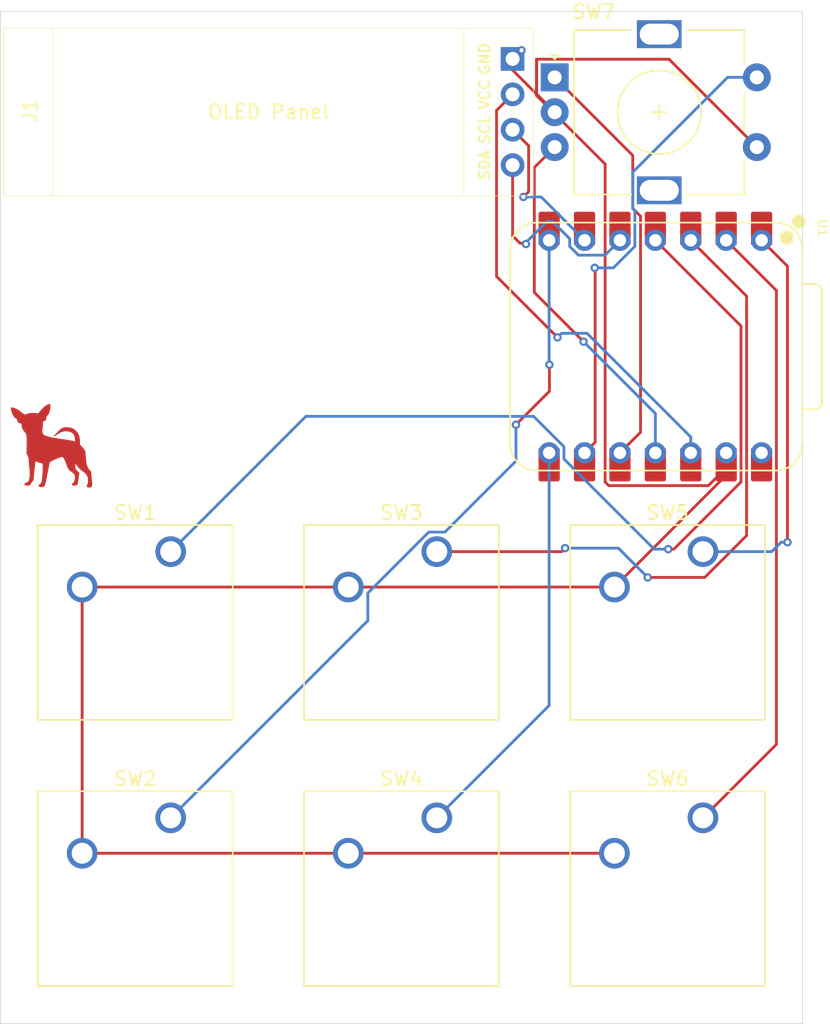
<source format=kicad_pcb>
(kicad_pcb (version 20241229) (generator "pcbnew") (generator_version "9.0")
  (layers (0 "F.Cu" signal) (2 "B.Cu" signal) (13 "F.Paste" user) (15 "B.Paste" user) (5 "F.SilkS" user "F.Silkscreen") (7 "B.SilkS" user "B.Silkscreen") (1 "F.Mask" user) (3 "B.Mask" user) (25 "Edge.Cuts" user))
  (net 0 "")
  (net 1 "GND")
  (net 2 "+3.3V")
  (net 3 "Net-(U1-GPIO29{slash}ADC3{slash}A3)")
  (net 4 "Net-(U1-GPIO0{slash}TX)")
  (net 5 "Net-(U1-GPIO28{slash}ADC2{slash}A2)")
  (net 6 "Net-(U1-GPIO1{slash}RX)")
  (net 7 "Net-(U1-GPIO26{slash}ADC0{slash}A0)")
  (net 8 "Net-(U1-GPIO27{slash}ADC1{slash}A1)")
  (net 9 "Net-(U1-GPIO4{slash}MISO)")
  (net 10 "Net-(U1-GPIO3{slash}MOSI)")
  (net 11 "Net-(U1-GPIO2{slash}SCK)")
  (net 12 "+5V")
  (net 13 "Net-(J1-Pin_3)")
  (net 14 "Net-(J1-Pin_4)")
  (footprint "Button_Switch_Keyboard:SW_Cherry_MX_1.00u_PCB" (layer "F.Cu") (at 166.589 79.2405)
    (property "Reference" "SW6" (at -2.54 -2.794 0) (layer "F.SilkS"))
    (property "Value" "SW_Push")
    (fp_line (start -9.525 -1.905) (end 4.445 -1.905) (stroke (width 0.12)) (layer "F.SilkS"))
    (fp_line (start -9.525 12.065) (end -9.525 -1.905) (stroke (width 0.12)) (layer "F.SilkS"))
    (fp_line (start 4.445 -1.905) (end 4.445 12.065) (stroke (width 0.12)) (layer "F.SilkS"))
    (fp_line (start 4.445 12.065) (end -9.525 12.065) (stroke (width 0.12)) (layer "F.SilkS"))
    (pad "" np_thru_hole circle (at -7.62 5.08) (size 1.7 1.7) (drill 1.7) (layers "*.Cu" "*.Mask"))
    (pad "" np_thru_hole circle (at -2.54 5.08) (size 4 4) (drill 4) (layers "*.Cu" "*.Mask"))
    (pad "" np_thru_hole circle (at 2.54 5.08) (size 1.7 1.7) (drill 1.7) (layers "*.Cu" "*.Mask"))
    (pad "1" thru_hole circle (at 0 0) (size 2.2 2.2) (drill 1.5) (layers "*.Cu" "*.Mask") (net 8 "Net-(U1-GPIO27{slash}ADC1{slash}A1)"))
    (pad "2" thru_hole circle (at -6.35 2.54) (size 2.2 2.2) (drill 1.5) (layers "*.Cu" "*.Mask") (net 1 "GND"))
  )
  (footprint "OPL:XIAO-RP2040-DIP" (layer "F.Cu") (at 163.175 45.445 -90)
    (property "Reference" "U1" (at -8.5 -12 270) (layer "F.SilkS") (effects (font (size 0.635 0.635) (thickness 0.1016))))
    (property "Value" "XIAO-RP2040-DIP")
    (fp_line (start -6.985 10.414) (end 6.985 10.414) (stroke (width 0.127)) (layer "F.SilkS"))
    (fp_line (start -8.89 8.509) (end -8.89 -8.636) (stroke (width 0.127)) (layer "F.SilkS"))
    (fp_line (start 8.89 8.509) (end 8.89 -8.636) (stroke (width 0.127)) (layer "F.SilkS"))
    (fp_line (start -4.495 -10.541) (end -4.491272 -11.451272) (stroke (width 0.127)) (layer "F.SilkS"))
    (fp_line (start 6.985 -10.541) (end -6.985 -10.541) (stroke (width 0.1)) (layer "F.SilkS"))
    (fp_line (start 6.985 -10.541) (end -6.985 -10.541) (stroke (width 0.127)) (layer "F.SilkS"))
    (fp_line (start 4.504 -11.451) (end 4.504 -10.541) (stroke (width 0.127)) (layer "F.SilkS"))
    (fp_line (start -3.991272 -11.951) (end 4.004 -11.951) (stroke (width 0.127)) (layer "F.SilkS"))
    (fp_arc (start -6.985 10.414) (mid -8.332038 9.856038) (end -8.89 8.509) (stroke (width 0.127)) (layer "F.SilkS"))
    (fp_arc (start 8.89 8.509) (mid 8.332038 9.856038) (end 6.985 10.414) (stroke (width 0.127)) (layer "F.SilkS"))
    (fp_arc (start -8.89 -8.636) (mid -8.332038 -9.983038) (end -6.985 -10.541) (stroke (width 0.127)) (layer "F.SilkS"))
    (fp_arc (start 6.985 -10.541) (mid 8.332038 -9.983038) (end 8.89 -8.636) (stroke (width 0.127)) (layer "F.SilkS"))
    (fp_arc (start -4.491272 -11.451272) (mid -4.344728 -11.80464) (end -3.991272 -11.951) (stroke (width 0.127)) (layer "F.SilkS"))
    (fp_arc (start 4.004 -11.951) (mid 4.357553 -11.804553) (end 4.504 -11.451) (stroke (width 0.127)) (layer "F.SilkS"))
    (fp_circle (center -7.807 -9.42) (end -7.807 -9.674) (stroke (width 0.5)) (fill yes) (layer "F.SilkS"))
    (fp_circle (center -8.95 -10.3) (end -8.95 -10.554) (stroke (width 0.5)) (fill yes) (layer "F.SilkS"))
    (pad "1" smd roundrect (at -8.455 -7.62 90) (size 2.432 1.524) (layers "F.Cu" "F.Mask") (roundrect_rratio 0.1) (net 7 "Net-(U1-GPIO26{slash}ADC0{slash}A0)"))
    (pad "1" thru_hole circle (at -7.62 -7.62 90) (size 1.524 1.524) (drill 0.889) (layers "*.Cu" "*.Mask") (net 7 "Net-(U1-GPIO26{slash}ADC0{slash}A0)"))
    (pad "2" smd roundrect (at -8.455 -5.08 90) (size 2.432 1.524) (layers "F.Cu" "F.Mask") (roundrect_rratio 0.1) (net 8 "Net-(U1-GPIO27{slash}ADC1{slash}A1)"))
    (pad "2" thru_hole circle (at -7.62 -5.08 90) (size 1.524 1.524) (drill 0.889) (layers "*.Cu" "*.Mask") (net 8 "Net-(U1-GPIO27{slash}ADC1{slash}A1)"))
    (pad "3" smd roundrect (at -8.455 -2.54 90) (size 2.432 1.524) (layers "F.Cu" "F.Mask") (roundrect_rratio 0.1) (net 5 "Net-(U1-GPIO28{slash}ADC2{slash}A2)"))
    (pad "3" thru_hole circle (at -7.62 -2.54 90) (size 1.524 1.524) (drill 0.889) (layers "*.Cu" "*.Mask") (net 5 "Net-(U1-GPIO28{slash}ADC2{slash}A2)"))
    (pad "4" smd roundrect (at -8.455 0 90) (size 2.432 1.524) (layers "F.Cu" "F.Mask") (roundrect_rratio 0.1) (net 3 "Net-(U1-GPIO29{slash}ADC3{slash}A3)"))
    (pad "4" thru_hole circle (at -7.62 0 90) (size 1.524 1.524) (drill 0.889) (layers "*.Cu" "*.Mask") (net 3 "Net-(U1-GPIO29{slash}ADC3{slash}A3)"))
    (pad "5" smd roundrect (at -8.455 2.54 90) (size 2.432 1.524) (layers "F.Cu" "F.Mask") (roundrect_rratio 0.1) (net 14 "Net-(J1-Pin_4)"))
    (pad "5" thru_hole circle (at -7.62 2.54 90) (size 1.524 1.524) (drill 0.889) (layers "*.Cu" "*.Mask") (net 14 "Net-(J1-Pin_4)"))
    (pad "6" smd roundrect (at -8.455 5.08 90) (size 2.432 1.524) (layers "F.Cu" "F.Mask") (roundrect_rratio 0.1) (net 13 "Net-(J1-Pin_3)"))
    (pad "6" thru_hole circle (at -7.62 5.08 90) (size 1.524 1.524) (drill 0.889) (layers "*.Cu" "*.Mask") (net 13 "Net-(J1-Pin_3)"))
    (pad "7" smd roundrect (at -8.455 7.62 90) (size 2.432 1.524) (layers "F.Cu" "F.Mask") (roundrect_rratio 0.1) (net 4 "Net-(U1-GPIO0{slash}TX)"))
    (pad "7" thru_hole circle (at -7.62 7.62 90) (size 1.524 1.524) (drill 0.889) (layers "*.Cu" "*.Mask") (net 4 "Net-(U1-GPIO0{slash}TX)"))
    (pad "8" thru_hole circle (at 7.62 7.62 270) (size 1.524 1.524) (drill 0.889) (layers "*.Cu" "*.Mask") (net 6 "Net-(U1-GPIO1{slash}RX)"))
    (pad "8" smd roundrect (at 8.455 7.62 270) (size 2.432 1.524) (layers "F.Cu" "F.Mask") (roundrect_rratio 0.1) (net 6 "Net-(U1-GPIO1{slash}RX)"))
    (pad "9" thru_hole circle (at 7.62 5.08 270) (size 1.524 1.524) (drill 0.889) (layers "*.Cu" "*.Mask") (net 11 "Net-(U1-GPIO2{slash}SCK)"))
    (pad "9" smd roundrect (at 8.455 5.08 270) (size 2.432 1.524) (layers "F.Cu" "F.Mask") (roundrect_rratio 0.1) (net 11 "Net-(U1-GPIO2{slash}SCK)"))
    (pad "10" thru_hole circle (at 7.62 2.54 270) (size 1.524 1.524) (drill 0.889) (layers "*.Cu" "*.Mask") (net 9 "Net-(U1-GPIO4{slash}MISO)"))
    (pad "10" smd roundrect (at 8.455 2.54 270) (size 2.432 1.524) (layers "F.Cu" "F.Mask") (roundrect_rratio 0.1) (net 9 "Net-(U1-GPIO4{slash}MISO)"))
    (pad "11" thru_hole circle (at 7.62 0 270) (size 1.524 1.524) (drill 0.889) (layers "*.Cu" "*.Mask") (net 10 "Net-(U1-GPIO3{slash}MOSI)"))
    (pad "11" smd roundrect (at 8.455 0 270) (size 2.432 1.524) (layers "F.Cu" "F.Mask") (roundrect_rratio 0.1) (net 10 "Net-(U1-GPIO3{slash}MOSI)"))
    (pad "12" thru_hole circle (at 7.62 -2.54 270) (size 1.524 1.524) (drill 0.889) (layers "*.Cu" "*.Mask") (net 2 "+3.3V"))
    (pad "12" smd roundrect (at 8.455 -2.54 270) (size 2.432 1.524) (layers "F.Cu" "F.Mask") (roundrect_rratio 0.1) (net 2 "+3.3V"))
    (pad "13" thru_hole circle (at 7.62 -5.08 270) (size 1.524 1.524) (drill 0.889) (layers "*.Cu" "*.Mask") (net 1 "GND"))
    (pad "13" smd roundrect (at 8.455 -5.08 270) (size 2.432 1.524) (layers "F.Cu" "F.Mask") (roundrect_rratio 0.1) (net 1 "GND"))
    (pad "14" thru_hole circle (at 7.62 -7.62 270) (size 1.524 1.524) (drill 0.889) (layers "*.Cu" "*.Mask") (net 12 "+5V"))
    (pad "14" smd roundrect (at 8.455 -7.62 270) (size 2.432 1.524) (layers "F.Cu" "F.Mask") (roundrect_rratio 0.1) (net 12 "+5V"))
  )
  (footprint "Rotary_Encoder:RotaryEncoder_Alps_EC11E-Switch_Vertical_H20mm" (layer "F.Cu") (at 155.955 26.14)
    (property "Reference" "SW7" (at 2.8 -4.7 0) (layer "F.SilkS"))
    (property "Value" "RotaryEncoder_Switch")
    (fp_line (start -0.3 -1.6) (end 0.3 -1.6) (stroke (width 0.12)) (layer "F.SilkS"))
    (fp_line (start 0 -1.3) (end -0.3 -1.6) (stroke (width 0.12)) (layer "F.SilkS"))
    (fp_line (start 0.3 -1.6) (end 0 -1.3) (stroke (width 0.12)) (layer "F.SilkS"))
    (fp_line (start 1.4 -3.4) (end 1.4 8.4) (stroke (width 0.12)) (layer "F.SilkS"))
    (fp_line (start 5.5 -3.4) (end 1.4 -3.4) (stroke (width 0.12)) (layer "F.SilkS"))
    (fp_line (start 5.5 8.4) (end 1.4 8.4) (stroke (width 0.12)) (layer "F.SilkS"))
    (fp_line (start 7 2.5) (end 8 2.5) (stroke (width 0.12)) (layer "F.SilkS"))
    (fp_line (start 7.5 2) (end 7.5 3) (stroke (width 0.12)) (layer "F.SilkS"))
    (fp_line (start 9.5 -3.4) (end 13.6 -3.4) (stroke (width 0.12)) (layer "F.SilkS"))
    (fp_line (start 13.6 -3.4) (end 13.6 -1) (stroke (width 0.12)) (layer "F.SilkS"))
    (fp_line (start 13.6 1.2) (end 13.6 3.8) (stroke (width 0.12)) (layer "F.SilkS"))
    (fp_line (start 13.6 6) (end 13.6 8.4) (stroke (width 0.12)) (layer "F.SilkS"))
    (fp_line (start 13.6 8.4) (end 9.5 8.4) (stroke (width 0.12)) (layer "F.SilkS"))
    (fp_circle (center 7.5 2.5) (end 10.5 2.5) (stroke (width 0.12)) (fill no) (layer "F.SilkS"))
    (pad "A" thru_hole rect (at 0 0) (size 2 2) (drill 1) (layers "*.Cu" "*.Mask") (net 9 "Net-(U1-GPIO4{slash}MISO)"))
    (pad "B" thru_hole circle (at 0 5) (size 2 2) (drill 1) (layers "*.Cu" "*.Mask") (net 10 "Net-(U1-GPIO3{slash}MOSI)"))
    (pad "C" thru_hole circle (at 0 2.5) (size 2 2) (drill 1) (layers "*.Cu" "*.Mask") (net 1 "GND"))
    (pad "MP" thru_hole rect (at 7.5 -3.1) (size 3.2 2) (drill oval 2.8 1.5) (layers "*.Cu" "*.Mask"))
    (pad "MP" thru_hole rect (at 7.5 8.1) (size 3.2 2) (drill oval 2.8 1.5) (layers "*.Cu" "*.Mask"))
    (pad "S1" thru_hole circle (at 14.5 5) (size 2 2) (drill 1) (layers "*.Cu" "*.Mask") (net 1 "GND"))
    (pad "S2" thru_hole circle (at 14.5 0) (size 2 2) (drill 1) (layers "*.Cu" "*.Mask") (net 11 "Net-(U1-GPIO2{slash}SCK)"))
  )
  (footprint "Button_Switch_Keyboard:SW_Cherry_MX_1.00u_PCB" (layer "F.Cu") (at 128.409 79.2405)
    (property "Reference" "SW2" (at -2.54 -2.794 0) (layer "F.SilkS"))
    (property "Value" "SW_Push")
    (fp_line (start -9.525 -1.905) (end 4.445 -1.905) (stroke (width 0.12)) (layer "F.SilkS"))
    (fp_line (start -9.525 12.065) (end -9.525 -1.905) (stroke (width 0.12)) (layer "F.SilkS"))
    (fp_line (start 4.445 -1.905) (end 4.445 12.065) (stroke (width 0.12)) (layer "F.SilkS"))
    (fp_line (start 4.445 12.065) (end -9.525 12.065) (stroke (width 0.12)) (layer "F.SilkS"))
    (pad "" np_thru_hole circle (at -7.62 5.08) (size 1.7 1.7) (drill 1.7) (layers "*.Cu" "*.Mask"))
    (pad "" np_thru_hole circle (at -2.54 5.08) (size 4 4) (drill 4) (layers "*.Cu" "*.Mask"))
    (pad "" np_thru_hole circle (at 2.54 5.08) (size 1.7 1.7) (drill 1.7) (layers "*.Cu" "*.Mask"))
    (pad "1" thru_hole circle (at 0 0) (size 2.2 2.2) (drill 1.5) (layers "*.Cu" "*.Mask") (net 4 "Net-(U1-GPIO0{slash}TX)"))
    (pad "2" thru_hole circle (at -6.35 2.54) (size 2.2 2.2) (drill 1.5) (layers "*.Cu" "*.Mask") (net 1 "GND"))
  )
  (footprint "Button_Switch_Keyboard:SW_Cherry_MX_1.00u_PCB" (layer "F.Cu") (at 128.409 60.1505)
    (property "Reference" "SW1" (at -2.54 -2.794 0) (layer "F.SilkS"))
    (property "Value" "SW_Push")
    (fp_line (start -9.525 -1.905) (end 4.445 -1.905) (stroke (width 0.12)) (layer "F.SilkS"))
    (fp_line (start -9.525 12.065) (end -9.525 -1.905) (stroke (width 0.12)) (layer "F.SilkS"))
    (fp_line (start 4.445 -1.905) (end 4.445 12.065) (stroke (width 0.12)) (layer "F.SilkS"))
    (fp_line (start 4.445 12.065) (end -9.525 12.065) (stroke (width 0.12)) (layer "F.SilkS"))
    (pad "" np_thru_hole circle (at -7.62 5.08) (size 1.7 1.7) (drill 1.7) (layers "*.Cu" "*.Mask"))
    (pad "" np_thru_hole circle (at -2.54 5.08) (size 4 4) (drill 4) (layers "*.Cu" "*.Mask"))
    (pad "" np_thru_hole circle (at 2.54 5.08) (size 1.7 1.7) (drill 1.7) (layers "*.Cu" "*.Mask"))
    (pad "1" thru_hole circle (at 0 0) (size 2.2 2.2) (drill 1.5) (layers "*.Cu" "*.Mask") (net 3 "Net-(U1-GPIO29{slash}ADC3{slash}A3)"))
    (pad "2" thru_hole circle (at -6.35 2.54) (size 2.2 2.2) (drill 1.5) (layers "*.Cu" "*.Mask") (net 1 "GND"))
  )
  (footprint "Button_Switch_Keyboard:SW_Cherry_MX_1.00u_PCB" (layer "F.Cu") (at 147.499 60.1505)
    (property "Reference" "SW3" (at -2.54 -2.794 0) (layer "F.SilkS"))
    (property "Value" "SW_Push")
    (fp_line (start -9.525 -1.905) (end 4.445 -1.905) (stroke (width 0.12)) (layer "F.SilkS"))
    (fp_line (start -9.525 12.065) (end -9.525 -1.905) (stroke (width 0.12)) (layer "F.SilkS"))
    (fp_line (start 4.445 -1.905) (end 4.445 12.065) (stroke (width 0.12)) (layer "F.SilkS"))
    (fp_line (start 4.445 12.065) (end -9.525 12.065) (stroke (width 0.12)) (layer "F.SilkS"))
    (pad "" np_thru_hole circle (at -7.62 5.08) (size 1.7 1.7) (drill 1.7) (layers "*.Cu" "*.Mask"))
    (pad "" np_thru_hole circle (at -2.54 5.08) (size 4 4) (drill 4) (layers "*.Cu" "*.Mask"))
    (pad "" np_thru_hole circle (at 2.54 5.08) (size 1.7 1.7) (drill 1.7) (layers "*.Cu" "*.Mask"))
    (pad "1" thru_hole circle (at 0 0) (size 2.2 2.2) (drill 1.5) (layers "*.Cu" "*.Mask") (net 5 "Net-(U1-GPIO28{slash}ADC2{slash}A2)"))
    (pad "2" thru_hole circle (at -6.35 2.54) (size 2.2 2.2) (drill 1.5) (layers "*.Cu" "*.Mask") (net 1 "GND"))
  )
  (footprint "OledDisplay4pin:SSD1306-0.91-OLED-4pin-128x32" (layer "F.Cu") (at 116.435 22.625)
    (property "Reference" "J1" (at 1.9 5.91 90) (layer "F.SilkS"))
    (property "Value" "Conn_01x04")
    (fp_line (start 0 0) (end 0 12) (stroke (width 0.04)) (layer "F.SilkS"))
    (fp_line (start 0 12) (end 38 12) (stroke (width 0.04)) (layer "F.SilkS"))
    (fp_line (start 3.5 0) (end 3.5 12) (stroke (width 0.04)) (layer "F.SilkS"))
    (fp_line (start 33 0) (end 33 12) (stroke (width 0.04)) (layer "F.SilkS"))
    (fp_line (start 38 0) (end 0 0) (stroke (width 0.04)) (layer "F.SilkS"))
    (fp_line (start 38 12) (end 38 0) (stroke (width 0.04)) (layer "F.SilkS"))
    (fp_text user "GND" (at 34.5 2.19 270) (layer "F.SilkS") (effects (font (size 0.75 0.75))))
    (fp_text user "SCL" (at 34.5 7.27 270) (layer "F.SilkS") (effects (font (size 0.75 0.75))))
    (fp_text user "SDA" (at 34.5 9.81 270) (layer "F.SilkS") (effects (font (size 0.75 0.75))))
    (fp_text user "OLED Panel" (at 19 6 0) (layer "F.SilkS"))
    (fp_text user "VCC" (at 34.5 4.73 270) (layer "F.SilkS") (effects (font (size 0.75 0.75))))
    (pad "1" thru_hole rect (at 36.5 2.19) (size 1.7 1.7) (drill 1) (layers "*.Cu" "*.Mask") (net 1 "GND"))
    (pad "2" thru_hole oval (at 36.5 4.73) (size 1.7 1.7) (drill 1) (layers "*.Cu" "*.Mask") (net 2 "+3.3V"))
    (pad "3" thru_hole oval (at 36.5 7.27) (size 1.7 1.7) (drill 1) (layers "*.Cu" "*.Mask") (net 13 "Net-(J1-Pin_3)"))
    (pad "4" thru_hole oval (at 36.5 9.81) (size 1.7 1.7) (drill 1) (layers "*.Cu" "*.Mask") (net 14 "Net-(J1-Pin_4)"))
  )
  (footprint "Chihuhua:Chihuahua" (layer "F.Cu") (at 119.795 52.56)
    (property "Reference" "G***" (hide yes))
    (property "Value" "LOGO" (hide yes))
    (fp_poly (pts (xy -0.047183 -2.992777) (xy -0.046351 -2.992257) (xy -0.021702 -2.953167) (xy -0.009464 -2.881142) (xy -0.009203 -2.784565) (xy -0.020486 -2.671821) (xy -0.042881 -2.551296) (xy -0.075184 -2.43373) (xy -0.11155 -2.330358) (xy -0.146396 -2.25638) (xy -0.187737 -2.198984) (xy -0.243585 -2.145355) (xy -0.268383 -2.124829) (xy -0.292634 -2.083141) (xy -0.302526 -2.006249) (xy -0.302896 -1.982143) (xy -0.308911 -1.90078) (xy -0.332611 -1.845061) (xy -0.38248 -1.803245) (xy -0.458228 -1.767184) (xy -0.537835 -1.734318) (xy -0.546638 -1.532449) (xy -0.553959 -1.421678) (xy -0.565558 -1.307325) (xy -0.579242 -1.210089) (xy -0.582913 -1.189949) (xy -0.597743 -1.090512) (xy -0.596879 -1.013297) (xy -0.58638 -0.960193) (xy -0.55512 -0.873165) (xy -0.509929 -0.809109) (xy -0.441893 -0.759874) (xy -0.342098 -0.717311) (xy -0.308071 -0.705749) (xy -0.22429 -0.679164) (xy -0.143289 -0.655774) (xy -0.058981 -0.634365) (xy 0.034721 -0.613725) (xy 0.143905 -0.592642) (xy 0.274656 -0.569904) (xy 0.433064 -0.544299) (xy 0.625214 -0.514613) (xy 0.735605 -0.497898) (xy 0.97126 -0.461905) (xy 1.169523 -0.430521) (xy 1.335913 -0.402793) (xy 1.475949 -0.377768) (xy 1.595151 -0.354493) (xy 1.699038 -0.332017) (xy 1.706749 -0.330248) (xy 1.758387 -0.318356) (xy 1.748195 -0.489119) (xy 1.722477 -0.655206) (xy 1.666623 -0.79085) (xy 1.580093 -0.89651) (xy 1.462345 -0.972645) (xy 1.312839 -1.019712) (xy 1.131034 -1.038171) (xy 1.100292 -1.038501) (xy 0.966734 -1.030285) (xy 0.843749 -1.002974) (xy 0.720198 -0.952574) (xy 0.584945 -0.875089) (xy 0.514525 -0.828426) (xy 0.415885 -0.763832) (xy 0.324923 -0.709677) (xy 0.249793 -0.67044) (xy 0.198648 -0.650597) (xy 0.187901 -0.649063) (xy 0.197932 -0.663783) (xy 0.231562 -0.703428) (xy 0.282933 -0.761225) (xy 0.322427 -0.804625) (xy 0.45719 -0.949801) (xy 0.569139 -1.065369) (xy 0.663335 -1.154823) (xy 0.744836 -1.221654) (xy 0.818701 -1.269353) (xy 0.889989 -1.301413) (xy 0.963759 -1.321325) (xy 1.045071 -1.332582) (xy 1.092589 -1.33621) (xy 1.294675 -1.329742) (xy 1.486234 -1.286308) (xy 1.660405 -1.208177) (xy 1.80775 -1.099999) (xy 1.93029 -0.959947) (xy 2.020136 -0.795051) (xy 2.077986 -0.60349) (xy 2.104538 -0.383447) (xy 2.106399 -0.321511) (xy 2.109455 -0.091319) (xy 2.219413 0.024934) (xy 2.290777 0.106148) (xy 2.363988 0.198509) (xy 2.412554 0.266468) (xy 2.495736 0.39175) (xy 2.523455 0.755446) (xy 2.535102 0.891156) (xy 2.54893 1.02543) (xy 2.563563 1.14644) (xy 2.577625 1.242357) (xy 2.584371 1.278949) (xy 2.627598 1.435556) (xy 2.687272 1.577408) (xy 2.758589 1.694973) (xy 2.835654 1.777842) (xy 2.881334 1.816624) (xy 2.906807 1.84989) (xy 2.917974 1.892252) (xy 2.920737 1.95832) (xy 2.92081 1.988672) (xy 2.923557 2.065845) (xy 2.93103 2.172153) (xy 2.942102 2.293861) (xy 2.955651 2.417229) (xy 2.95637 2.423169) (xy 2.969354 2.533085) (xy 2.979975 2.629123) (xy 2.987291 2.702295) (xy 2.990361 2.743614) (xy 2.990366 2.7477) (xy 2.979163 2.813592) (xy 2.955869 2.890565) (xy 2.929281 2.950437) (xy 2.888721 2.980865) (xy 2.819762 2.996437) (xy 2.735178 2.995608) (xy 2.66555 2.9823) (xy 2.613662 2.960314) (xy 2.58342 2.933749) (xy 2.58242 2.931548) (xy 2.585137 2.89694) (xy 2.604143 2.838205) (xy 2.629286 2.780904) (xy 2.657334 2.719548) (xy 2.673925 2.66711) (xy 2.681232 2.609481) (xy 2.681428 2.53255) (xy 2.678558 2.460952) (xy 2.669904 2.344413) (xy 2.655035 2.258223) (xy 2.631441 2.189621) (xy 2.620955 2.167977) (xy 2.520963 2.020372) (xy 2.386159 1.891944) (xy 2.295191 1.829309) (xy 2.18503 1.749398) (xy 2.067445 1.641958) (xy 1.953893 1.518398) (xy 1.859505 1.395485) (xy 1.784923 1.287308) (xy 1.778199 1.417121) (xy 1.777095 1.531319) (xy 1.790596 1.622134) (xy 1.823823 1.699776) (xy 1.8819 1.774458) (xy 1.969947 1.85639) (xy 2.018848 1.896838) (xy 2.054967 1.935939) (xy 2.066672 1.969549) (xy 2.065847 1.972717) (xy 2.05952 2.002673) (xy 2.048766 2.068082) (xy 2.034713 2.161482) (xy 2.018487 2.275413) (xy 2.003145 2.387931) (xy 1.980028 2.550073) (xy 1.95937 2.671291) (xy 1.940716 2.753832) (xy 1.923605 2.799944) (xy 1.917557 2.80824) (xy 1.873271 2.830515) (xy 1.801379 2.845713) (xy 1.717157 2.85257) (xy 1.635876 2.849823) (xy 1.573978 2.836665) (xy 1.527812 2.807539) (xy 1.5195 2.768326) (xy 1.549494 2.715999) (xy 1.599845 2.664068) (xy 1.658466 2.602907) (xy 1.698141 2.539874) (xy 1.723487 2.46322) (xy 1.739116 2.361193) (xy 1.744896 2.294763) (xy 1.749825 2.207642) (xy 1.747369 2.149462) (xy 1.735208 2.106193) (xy 1.711025 2.063801) (xy 1.705343 2.055366) (xy 1.663192 2.008133) (xy 1.596434 1.949012) (xy 1.517398 1.888652) (xy 1.492268 1.871312) (xy 1.399338 1.802827) (xy 1.325145 1.731467) (xy 1.263779 1.648467) (xy 1.209327 1.545059) (xy 1.15588 1.412477) (xy 1.126358 1.328611) (xy 1.065161 1.161115) (xy 1.005717 1.021922) (xy 0.950121 0.915402) (xy 0.900468 0.845924) (xy 0.890044 0.835586) (xy 0.86397 0.814847) (xy 0.83699 0.806027) (xy 0.796973 0.808851) (xy 0.731787 0.823046) (xy 0.698368 0.831246) (xy 0.625954 0.853574) (xy 0.533138 0.888609) (xy 0.427481 0.932757) (xy 0.316544 0.982428) (xy 0.207889 1.034028) (xy 0.109078 1.083966) (xy 0.027671 1.128649) (xy -0.028771 1.164487) (xy -0.052685 1.187885) (xy -0.052742 1.188068) (xy -0.06883 1.249602) (xy -0.090585 1.344854) (xy -0.118366 1.47556) (xy -0.152533 1.643456) (xy -0.193445 1.850281) (xy -0.241462 2.09777) (xy -0.247849 2.130965) (xy -0.27944 2.292234) (xy -0.310072 2.442976) (xy -0.338397 2.576977) (xy -0.363065 2.688023) (xy -0.382729 2.7699) (xy -0.396038 2.816395) (xy -0.397421 2.819977) (xy -0.433395 2.880961) (xy -0.478655 2.928086) (xy -0.482995 2.931099) (xy -0.542738 2.955413) (xy -0.618821 2.966427) (xy -0.700097 2.965322) (xy -0.775418 2.953276) (xy -0.833636 2.931469) (xy -0.863603 2.901082) (xy -0.865418 2.890635) (xy -0.847873 2.818678) (xy -0.797555 2.772765) (xy -0.787874 2.768644) (xy -0.739227 2.738401) (xy -0.69861 2.685564) (xy -0.665051 2.606537) (xy -0.63758 2.497724) (xy -0.615225 2.355528) (xy -0.597015 2.176353) (xy -0.585782 2.02014) (xy -0.57292 1.792986) (xy -0.565529 1.608269) (xy -0.563602 1.465504) (xy -0.567132 1.364205) (xy -0.575425 1.306336) (xy -0.59243 1.276694) (xy -0.630907 1.258698) (xy -0.697043 1.247513) (xy -0.776204 1.230795) (xy -0.870356 1.200593) (xy -0.942467 1.170869) (xy -1.02086 1.136593) (xy -1.068576 1.126439) (xy -1.093183 1.14429) (xy -1.102251 1.194028) (xy -1.103407 1.253428) (xy -1.106078 1.299948) (xy -1.113518 1.381236) (xy -1.124867 1.489158) (xy -1.139267 1.615578) (xy -1.155857 1.752361) (xy -1.157496 1.765441) (xy -1.174497 1.907854) (xy -1.189308 2.045509) (xy -1.201026 2.168911) (xy -1.208751 2.268564) (xy -1.211584 2.334973) (xy -1.211584 2.335655) (xy -1.213514 2.414512) (xy -1.222975 2.466291) (xy -1.245479 2.507141) (xy -1.285438 2.552069) (xy -1.340519 2.617403) (xy -1.397409 2.697226) (xy -1.422039 2.736882) (xy -1.459772 2.798207) (xy -1.491298 2.831316) (xy -1.531064 2.846017) (xy -1.591585 2.851993) (xy -1.678714 2.853307) (xy -1.766763 2.84817) (xy -1.790332 2.845258) (xy -1.849345 2.832704) (xy -1.876263 2.813419) (xy -1.882283 2.782963) (xy -1.869543 2.724888) (xy -1.827265 2.678454) (xy -1.749364 2.637708) (xy -1.723523 2.627681) (xy -1.6563 2.595944) (xy -1.603579 2.55903) (xy -1.587808 2.541543) (xy -1.550584 2.458016) (xy -1.522619 2.339839) (xy -1.504404 2.194736) (xy -1.49643 2.030431) (xy -1.499185 1.854646) (xy -1.513162 1.675106) (xy -1.52637 1.573835) (xy -1.541899 1.451116) (xy -1.555387 1.308225) (xy -1.564802 1.168261) (xy -1.567296 1.108345) (xy -1.571441 0.999129) (xy -1.577957 0.920058) (xy -1.589676 0.858006) (xy -1.609429 0.799849) (xy -1.640049 0.732462) (xy -1.654989 0.701977) (xy -1.735281 0.539478) (xy -1.719607 0.08938) (xy -1.714282 -0.149038) (xy -1.715601 -0.360984) (xy -1.723318 -0.543654) (xy -1.737183 -0.694246) (xy -1.756948 -0.809954) (xy -1.782366 -0.887976) (xy -1.809228 -0.923244) (xy -1.853024 -0.964942) (xy -1.906272 -1.03404) (xy -1.961192 -1.118247) (xy -2.010001 -1.205272) (xy -2.044921 -1.282825) (xy -2.053393 -1.308944) (xy -2.069115 -1.387506) (xy -2.076748 -1.465526) (xy -2.076881 -1.473969) (xy -2.084915 -1.539024) (xy -2.114802 -1.579283) (xy -2.175593 -1.604325) (xy -2.206814 -1.611465) (xy -2.297522 -1.639174) (xy -2.354076 -1.68229) (xy -2.384888 -1.748441) (xy -2.391184 -1.778674) (xy -2.411803 -1.870131) (xy -2.438677 -1.924032) (xy -2.475054 -1.945991) (xy -2.488701 -1.947189) (xy -2.531934 -1.966742) (xy -2.583046 -2.0202) (xy -2.638379 -2.099765) (xy -2.694273 -2.197638) (xy -2.747072 -2.306021) (xy -2.793116 -2.417114) (xy -2.828748 -2.523118) (xy -2.850309 -2.616235) (xy -2.854141 -2.688666) (xy -2.848467 -2.714171) (xy -2.815879 -2.743797) (xy -2.754344 -2.750157) (xy -2.669824 -2.735552) (xy -2.568278 -2.702286) (xy -2.45567 -2.652661) (xy -2.337958 -2.588981) (xy -2.221105 -2.513547) (xy -2.112476 -2.429854) (xy -2.016667 -2.349429) (xy -1.946716 -2.294081) (xy -1.895715 -2.260626) (xy -1.856755 -2.245881) (xy -1.822927 -2.246663) (xy -1.787322 -2.259788) (xy -1.766134 -2.27027) (xy -1.701925 -2.295436) (xy -1.614888 -2.320084) (xy -1.53435 -2.336925) (xy -1.448012 -2.346938) (xy -1.342936 -2.352421) (xy -1.230517 -2.353563) (xy -1.122148 -2.350554) (xy -1.029226 -2.343585) (xy -0.963144 -2.332844) (xy -0.945835 -2.327121) (xy -0.911863 -2.325034) (xy -0.872043 -2.352958) (xy -0.844443 -2.382717) (xy -0.79818 -2.436499) (xy -0.736912 -2.507834) (xy -0.673788 -2.581415) (xy -0.672914 -2.582434) (xy -0.574448 -2.687746) (xy -0.469177 -2.783924) (xy -0.362999 -2.867111) (xy -0.261812 -2.933447) (xy -0.171515 -2.979075) (xy -0.098006 -3.000138)) (fill yes) (layer "F.Cu"))
  )
  (footprint "Button_Switch_Keyboard:SW_Cherry_MX_1.00u_PCB" (layer "F.Cu") (at 147.499 79.2405)
    (property "Reference" "SW4" (at -2.54 -2.794 0) (layer "F.SilkS"))
    (property "Value" "SW_Push")
    (fp_line (start -9.525 -1.905) (end 4.445 -1.905) (stroke (width 0.12)) (layer "F.SilkS"))
    (fp_line (start -9.525 12.065) (end -9.525 -1.905) (stroke (width 0.12)) (layer "F.SilkS"))
    (fp_line (start 4.445 -1.905) (end 4.445 12.065) (stroke (width 0.12)) (layer "F.SilkS"))
    (fp_line (start 4.445 12.065) (end -9.525 12.065) (stroke (width 0.12)) (layer "F.SilkS"))
    (pad "" np_thru_hole circle (at -7.62 5.08) (size 1.7 1.7) (drill 1.7) (layers "*.Cu" "*.Mask"))
    (pad "" np_thru_hole circle (at -2.54 5.08) (size 4 4) (drill 4) (layers "*.Cu" "*.Mask"))
    (pad "" np_thru_hole circle (at 2.54 5.08) (size 1.7 1.7) (drill 1.7) (layers "*.Cu" "*.Mask"))
    (pad "1" thru_hole circle (at 0 0) (size 2.2 2.2) (drill 1.5) (layers "*.Cu" "*.Mask") (net 6 "Net-(U1-GPIO1{slash}RX)"))
    (pad "2" thru_hole circle (at -6.35 2.54) (size 2.2 2.2) (drill 1.5) (layers "*.Cu" "*.Mask") (net 1 "GND"))
  )
  (footprint "Button_Switch_Keyboard:SW_Cherry_MX_1.00u_PCB" (layer "F.Cu") (at 166.589 60.1505)
    (property "Reference" "SW5" (at -2.54 -2.794 0) (layer "F.SilkS"))
    (property "Value" "SW_Push")
    (fp_line (start -9.525 -1.905) (end 4.445 -1.905) (stroke (width 0.12)) (layer "F.SilkS"))
    (fp_line (start -9.525 12.065) (end -9.525 -1.905) (stroke (width 0.12)) (layer "F.SilkS"))
    (fp_line (start 4.445 -1.905) (end 4.445 12.065) (stroke (width 0.12)) (layer "F.SilkS"))
    (fp_line (start 4.445 12.065) (end -9.525 12.065) (stroke (width 0.12)) (layer "F.SilkS"))
    (pad "" np_thru_hole circle (at -7.62 5.08) (size 1.7 1.7) (drill 1.7) (layers "*.Cu" "*.Mask"))
    (pad "" np_thru_hole circle (at -2.54 5.08) (size 4 4) (drill 4) (layers "*.Cu" "*.Mask"))
    (pad "" np_thru_hole circle (at 2.54 5.08) (size 1.7 1.7) (drill 1.7) (layers "*.Cu" "*.Mask"))
    (pad "1" thru_hole circle (at 0 0) (size 2.2 2.2) (drill 1.5) (layers "*.Cu" "*.Mask") (net 7 "Net-(U1-GPIO26{slash}ADC0{slash}A0)"))
    (pad "2" thru_hole circle (at -6.35 2.54) (size 2.2 2.2) (drill 1.5) (layers "*.Cu" "*.Mask") (net 1 "GND"))
  )
  (gr_rect (start 116.19 21.4265) (end 173.725 93.9985) (stroke (width 0.05)) (fill no) (layer "Edge.Cuts"))
  (segment (start 141.149 81.7805) (end 122.059 81.7805) (width 0.2) (layer "F.Cu") (net 1))
  (segment (start 152.935 24.815) (end 152.935 25.62) (width 0.2) (layer "F.Cu") (net 1))
  (segment (start 159.572 55.155626) (end 159.833374 55.417) (width 0.2) (layer "F.Cu") (net 1))
  (segment (start 155.955 28.64) (end 154.654 27.339) (width 0.2) (layer "F.Cu") (net 1))
  (segment (start 154.654 24.839) (end 154.654 27.441) (width 0.2) (layer "F.Cu") (net 1))
  (segment (start 152.935 25.62) (end 155.955 28.64) (width 0.2) (layer "F.Cu") (net 1))
  (segment (start 141.149 62.6905) (end 122.059 62.6905) (width 0.2) (layer "F.Cu") (net 1))
  (segment (start 159.572 32.359) (end 159.572 55.155626) (width 0.2) (layer "F.Cu") (net 1))
  (segment (start 164.154 24.839) (end 154.654 24.839) (width 0.2) (layer "F.Cu") (net 1))
  (segment (start 160.239 62.6905) (end 168.255 54.6745) (width 0.2) (layer "F.Cu") (net 1))
  (segment (start 159.833374 55.417) (end 166.98063 55.417) (width 0.2) (layer "F.Cu") (net 1))
  (segment (start 122.059 62.6905) (end 122.059 81.7805) (width 0.2) (layer "F.Cu") (net 1))
  (segment (start 160.239 62.6905) (end 141.149 62.6905) (width 0.2) (layer "F.Cu") (net 1))
  (segment (start 168.255 54.6745) (end 168.255 53.065) (width 0.2) (layer "F.Cu") (net 1))
  (segment (start 166.98063 55.417) (end 168.255 54.14263) (width 0.2) (layer "F.Cu") (net 1))
  (segment (start 154.654 27.441) (end 159.572 32.359) (width 0.2) (layer "F.Cu") (net 1))
  (segment (start 170.455 31.14) (end 164.154 24.839) (width 0.2) (layer "F.Cu") (net 1))
  (segment (start 154.654 27.339) (end 154.654 24.839) (width 0.2) (layer "F.Cu") (net 1))
  (segment (start 160.239 81.7805) (end 141.149 81.7805) (width 0.2) (layer "F.Cu") (net 1))
  (segment (start 168.255 54.14263) (end 168.255 53.065) (width 0.2) (layer "F.Cu") (net 1))
  (via (at 153.575 24.2) (size 0.6) (drill 0.3) (layers "F.Cu" "B.Cu") (net 1))
  (segment (start 152.935 27.355) (end 151.784 28.506) (width 0.2) (layer "F.Cu") (net 2))
  (segment (start 165.715 53.065) (end 165.715 54.14263) (width 0.2) (layer "F.Cu") (net 2))
  (segment (start 151.784 28.506) (end 151.784 40.414) (width 0.2) (layer "F.Cu") (net 2))
  (segment (start 151.784 40.414) (end 156.155 44.785) (width 0.2) (layer "F.Cu") (net 2))
  (via (at 156.155 44.785) (size 0.6) (drill 0.3) (layers "F.Cu" "B.Cu") (net 2))
  (segment (start 156.446 44.494) (end 158.273943 44.494) (width 0.2) (layer "B.Cu") (net 2))
  (segment (start 158.273943 44.494) (end 165.715 51.935057) (width 0.2) (layer "B.Cu") (net 2))
  (segment (start 165.715 51.935057) (end 165.715 53.065) (width 0.2) (layer "B.Cu") (net 2))
  (segment (start 156.155 44.785) (end 156.446 44.494) (width 0.2) (layer "B.Cu") (net 2))
  (segment (start 169.318 43.968) (end 169.318 55.155626) (width 0.2) (layer "F.Cu") (net 3))
  (segment (start 163.175 37.825) (end 169.318 43.968) (width 0.2) (layer "F.Cu") (net 3))
  (segment (start 164.498626 59.975) (end 164.1 59.975) (width 0.2) (layer "F.Cu") (net 3))
  (segment (start 169.318 55.155626) (end 164.498626 59.975) (width 0.2) (layer "F.Cu") (net 3))
  (via (at 164.1 59.975) (size 0.6) (drill 0.3) (layers "F.Cu" "B.Cu") (net 3))
  (segment (start 156.618 52.62469) (end 154.44231 50.449) (width 0.2) (layer "B.Cu") (net 3))
  (segment (start 138.1105 50.449) (end 128.409 60.1505) (width 0.2) (layer "B.Cu") (net 3))
  (segment (start 154.44231 50.449) (end 138.1105 50.449) (width 0.2) (layer "B.Cu") (net 3))
  (segment (start 156.618 53.50531) (end 156.618 52.62469) (width 0.2) (layer "B.Cu") (net 3))
  (segment (start 164.1 59.975) (end 163.08769 59.975) (width 0.2) (layer "B.Cu") (net 3))
  (segment (start 163.08769 59.975) (end 156.618 53.50531) (width 0.2) (layer "B.Cu") (net 3))
  (segment (start 155.575 48.65) (end 153.175 51.05) (width 0.2) (layer "F.Cu") (net 4))
  (segment (start 155.575 46.75) (end 155.575 48.65) (width 0.2) (layer "F.Cu") (net 4))
  (via (at 155.575 46.75) (size 0.6) (drill 0.3) (layers "F.Cu" "B.Cu") (net 4))
  (via (at 153.175 51.05) (size 0.6) (drill 0.3) (layers "F.Cu" "B.Cu") (net 4))
  (segment (start 148.079314 58.7495) (end 146.918686 58.7495) (width 0.2) (layer "B.Cu") (net 4))
  (segment (start 155.555 37.825) (end 155.555 46.73) (width 0.2) (layer "B.Cu") (net 4))
  (segment (start 142.55 63.118186) (end 142.55 65.0995) (width 0.2) (layer "B.Cu") (net 4))
  (segment (start 153.175 53.653814) (end 148.079314 58.7495) (width 0.2) (layer "B.Cu") (net 4))
  (segment (start 146.918686 58.7495) (end 142.55 63.118186) (width 0.2) (layer "B.Cu") (net 4))
  (segment (start 155.555 46.73) (end 155.575 46.75) (width 0.2) (layer "B.Cu") (net 4))
  (segment (start 153.175 51.05) (end 153.175 53.653814) (width 0.2) (layer "B.Cu") (net 4))
  (segment (start 142.55 65.0995) (end 128.409 79.2405) (width 0.2) (layer "B.Cu") (net 4))
  (segment (start 165.715 37.825) (end 169.719 41.829) (width 0.2) (layer "F.Cu") (net 5))
  (segment (start 156.4495 60.1505) (end 147.499 60.1505) (width 0.2) (layer "F.Cu") (net 5))
  (segment (start 169.719 41.829) (end 169.719 59.001814) (width 0.2) (layer "F.Cu") (net 5))
  (segment (start 156.7 59.9) (end 156.4495 60.1505) (width 0.2) (layer "F.Cu") (net 5))
  (segment (start 169.719 59.001814) (end 166.720814 62) (width 0.2) (layer "F.Cu") (net 5))
  (segment (start 166.720814 62) (end 162.625 62) (width 0.2) (layer "F.Cu") (net 5))
  (via (at 162.625 62) (size 0.6) (drill 0.3) (layers "F.Cu" "B.Cu") (net 5))
  (via (at 156.7 59.9) (size 0.6) (drill 0.3) (layers "F.Cu" "B.Cu") (net 5))
  (segment (start 160.525 59.9) (end 156.7 59.9) (width 0.2) (layer "B.Cu") (net 5))
  (segment (start 162.625 62) (end 160.525 59.9) (width 0.2) (layer "B.Cu") (net 5))
  (segment (start 155.555 53.065) (end 155.555 71.1845) (width 0.2) (layer "B.Cu") (net 6))
  (segment (start 155.555 71.1845) (end 147.499 79.2405) (width 0.2) (layer "B.Cu") (net 6))
  (segment (start 172.65 39.68) (end 172.65 59.475) (width 0.2) (layer "F.Cu") (net 7))
  (segment (start 170.795 37.825) (end 172.65 39.68) (width 0.2) (layer "F.Cu") (net 7))
  (via (at 172.65 59.475) (size 0.6) (drill 0.3) (layers "F.Cu" "B.Cu") (net 7))
  (segment (start 172.65 59.475) (end 172.2 59.475) (width 0.2) (layer "B.Cu") (net 7))
  (segment (start 171.5245 60.1505) (end 166.589 60.1505) (width 0.2) (layer "B.Cu") (net 7))
  (segment (start 172.2 59.475) (end 171.5245 60.1505) (width 0.2) (layer "B.Cu") (net 7))
  (segment (start 168.255 37.825) (end 171.858 41.428) (width 0.2) (layer "F.Cu") (net 8))
  (segment (start 171.858 41.428) (end 171.858 73.9715) (width 0.2) (layer "F.Cu") (net 8))
  (segment (start 171.858 73.9715) (end 166.589 79.2405) (width 0.2) (layer "F.Cu") (net 8))
  (segment (start 162.112 36.099) (end 162.112 51.588) (width 0.2) (layer "F.Cu") (net 9))
  (segment (start 161.554 35.541) (end 162.112 36.099) (width 0.2) (layer "F.Cu") (net 9))
  (segment (start 162.112 51.588) (end 160.635 53.065) (width 0.2) (layer "F.Cu") (net 9))
  (segment (start 155.955 26.14) (end 161.554 31.739) (width 0.2) (layer "F.Cu") (net 9))
  (segment (start 161.554 31.739) (end 161.554 35.541) (width 0.2) (layer "F.Cu") (net 9))
  (segment (start 154.492 41.562) (end 158.025 45.095) (width 0.2) (layer "F.Cu") (net 10))
  (segment (start 155.955 31.14) (end 154.492 32.603) (width 0.2) (layer "F.Cu") (net 10))
  (segment (start 154.492 32.603) (end 154.492 41.562) (width 0.2) (layer "F.Cu") (net 10))
  (via (at 158.025 45.095) (size 0.6) (drill 0.3) (layers "F.Cu" "B.Cu") (net 10))
  (segment (start 158.025 45.095) (end 163.175 50.245) (width 0.2) (layer "B.Cu") (net 10))
  (segment (start 163.175 50.245) (end 163.175 53.065) (width 0.2) (layer "B.Cu") (net 10))
  (segment (start 158.856999 39.831999) (end 158.825 39.8) (width 0.2) (layer "F.Cu") (net 11))
  (segment (start 158.095 53.065) (end 158.856999 52.303001) (width 0.2) (layer "F.Cu") (net 11))
  (segment (start 158.856999 52.303001) (end 158.856999 39.831999) (width 0.2) (layer "F.Cu") (net 11))
  (via (at 158.825 39.8) (size 0.6) (drill 0.3) (layers "F.Cu" "B.Cu") (net 11))
  (segment (start 160.16331 39.8) (end 161.705 38.25831) (width 0.2) (layer "B.Cu") (net 11))
  (segment (start 158.825 39.8) (end 160.16331 39.8) (width 0.2) (layer "B.Cu") (net 11))
  (segment (start 161.705 35.692) (end 161.554 35.541) (width 0.2) (layer "B.Cu") (net 11))
  (segment (start 161.705 38.25831) (end 161.705 35.692) (width 0.2) (layer "B.Cu") (net 11))
  (segment (start 168.353 26.14) (end 170.455 26.14) (width 0.2) (layer "B.Cu") (net 11))
  (segment (start 161.554 32.939) (end 168.353 26.14) (width 0.2) (layer "B.Cu") (net 11))
  (segment (start 161.554 35.541) (end 161.554 32.939) (width 0.2) (layer "B.Cu") (net 11))
  (segment (start 154.086 34.339) (end 153.71 34.715) (width 0.2) (layer "F.Cu") (net 13))
  (segment (start 152.935 29.895) (end 154.086 31.046) (width 0.2) (layer "F.Cu") (net 13))
  (segment (start 154.086 31.046) (end 154.086 34.339) (width 0.2) (layer "F.Cu") (net 13))
  (via (at 153.71 34.715) (size 0.6) (drill 0.3) (layers "F.Cu" "B.Cu") (net 13))
  (segment (start 153.71 34.715) (end 154.985 34.715) (width 0.2) (layer "B.Cu") (net 13))
  (segment (start 154.985 34.715) (end 158.095 37.825) (width 0.2) (layer "B.Cu") (net 13))
  (segment (start 153.832 38.03) (end 153.892 38.09) (width 0.2) (layer "F.Cu") (net 14))
  (segment (start 153.46 38.03) (end 153.832 38.03) (width 0.2) (layer "F.Cu") (net 14))
  (segment (start 152.935 32.435) (end 152.935 37.505) (width 0.2) (layer "F.Cu") (net 14))
  (segment (start 152.935 37.505) (end 153.46 38.03) (width 0.2) (layer "F.Cu") (net 14))
  (via (at 153.892 38.09) (size 0.6) (drill 0.3) (layers "F.Cu" "B.Cu") (net 14))
  (segment (start 155.41169 36.465) (end 155.782 36.465) (width 0.2) (layer "B.Cu") (net 14))
  (segment (start 157.032 38.26531) (end 157.65469 38.888) (width 0.2) (layer "B.Cu") (net 14))
  (segment (start 157.65469 38.888) (end 159.572 38.888) (width 0.2) (layer "B.Cu") (net 14))
  (segment (start 153.892 38.09) (end 153.892 37.98469) (width 0.2) (layer "B.Cu") (net 14))
  (segment (start 159.572 38.888) (end 160.635 37.825) (width 0.2) (layer "B.Cu") (net 14))
  (segment (start 157.032 37.715) (end 157.032 38.26531) (width 0.2) (layer "B.Cu") (net 14))
  (segment (start 153.892 37.98469) (end 155.41169 36.465) (width 0.2) (layer "B.Cu") (net 14))
  (segment (start 155.782 36.465) (end 157.032 37.715) (width 0.2) (layer "B.Cu") (net 14))
)
</source>
